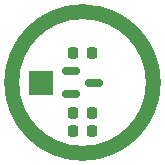
<source format=gbr>
%TF.GenerationSoftware,KiCad,Pcbnew,(7.0.0)*%
%TF.CreationDate,2023-04-09T22:25:14-07:00*%
%TF.ProjectId,RTCRework,52544352-6577-46f7-926b-2e6b69636164,rev?*%
%TF.SameCoordinates,Original*%
%TF.FileFunction,Soldermask,Top*%
%TF.FilePolarity,Negative*%
%FSLAX46Y46*%
G04 Gerber Fmt 4.6, Leading zero omitted, Abs format (unit mm)*
G04 Created by KiCad (PCBNEW (7.0.0)) date 2023-04-09 22:25:14*
%MOMM*%
%LPD*%
G01*
G04 APERTURE LIST*
G04 Aperture macros list*
%AMRoundRect*
0 Rectangle with rounded corners*
0 $1 Rounding radius*
0 $2 $3 $4 $5 $6 $7 $8 $9 X,Y pos of 4 corners*
0 Add a 4 corners polygon primitive as box body*
4,1,4,$2,$3,$4,$5,$6,$7,$8,$9,$2,$3,0*
0 Add four circle primitives for the rounded corners*
1,1,$1+$1,$2,$3*
1,1,$1+$1,$4,$5*
1,1,$1+$1,$6,$7*
1,1,$1+$1,$8,$9*
0 Add four rect primitives between the rounded corners*
20,1,$1+$1,$2,$3,$4,$5,0*
20,1,$1+$1,$4,$5,$6,$7,0*
20,1,$1+$1,$6,$7,$8,$9,0*
20,1,$1+$1,$8,$9,$2,$3,0*%
G04 Aperture macros list end*
%ADD10C,1.300000*%
%ADD11RoundRect,0.150000X-0.587500X-0.150000X0.587500X-0.150000X0.587500X0.150000X-0.587500X0.150000X0*%
%ADD12RoundRect,0.225000X-0.225000X-0.250000X0.225000X-0.250000X0.225000X0.250000X-0.225000X0.250000X0*%
%ADD13RoundRect,0.218750X0.218750X0.256250X-0.218750X0.256250X-0.218750X-0.256250X0.218750X-0.256250X0*%
%ADD14R,2.000000X2.000000*%
G04 APERTURE END LIST*
D10*
X56000000Y-50000000D02*
G75*
G03*
X56000000Y-50000000I-6000000J0D01*
G01*
D11*
%TO.C,U1*%
X49062500Y-49050000D03*
X49062500Y-50950000D03*
X50937500Y-50000000D03*
%TD*%
D12*
%TO.C,C1*%
X49225000Y-47498000D03*
X50775000Y-47498000D03*
%TD*%
%TO.C,C2*%
X49225000Y-52578000D03*
X50775000Y-52578000D03*
%TD*%
D13*
%TO.C,D1*%
X50787500Y-54102000D03*
X49212500Y-54102000D03*
%TD*%
D14*
%TO.C,J1*%
X46481999Y-49999999D03*
%TD*%
M02*

</source>
